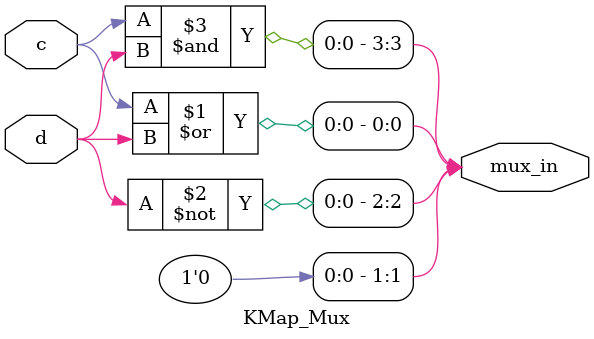
<source format=v>
module KMap_Mux (
    input c,
    input d,
    output [3:0] mux_in
);
    /* 
    cd\ab 00 01 11 10
    -----------------
    00    0  0  0  1
    01    1  0  0  0
    11    1  0  1  0
    10    1  0  0  1
    */

    // treat ab as sel
    assign mux_in[0] = c | d;
    assign mux_in[1] = 0;
    assign mux_in[2] = ~d; 
    assign mux_in[3] = c & d;
endmodule
</source>
